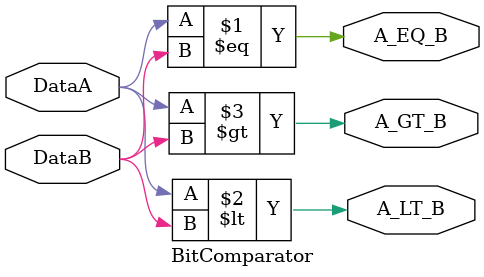
<source format=v>
/******************************************************************************
 ** Logisim goes FPGA automatic generated Verilog code                       **
 **                                                                          **
 ** Component : BitComparator                                                **
 **                                                                          **
 ******************************************************************************/

`timescale 1ns/1ps
module BitComparator( DataA,
                      DataB,
                      A_EQ_B,
                      A_GT_B,
                      A_LT_B);

   /***************************************************************************
    ** Here all module parameters are defined with a dummy value             **
    ***************************************************************************/
   parameter TwosComplement = 1;


   /***************************************************************************
    ** Here the inputs are defined                                           **
    ***************************************************************************/
   input  DataA;
   input  DataB;

   /***************************************************************************
    ** Here the outputs are defined                                          **
    ***************************************************************************/
   output A_EQ_B;
   output A_GT_B;
   output A_LT_B;
   assign A_EQ_B = (DataA == DataB);
   assign A_LT_B = (DataA < DataB);
   assign A_GT_B = (DataA > DataB);

endmodule

</source>
